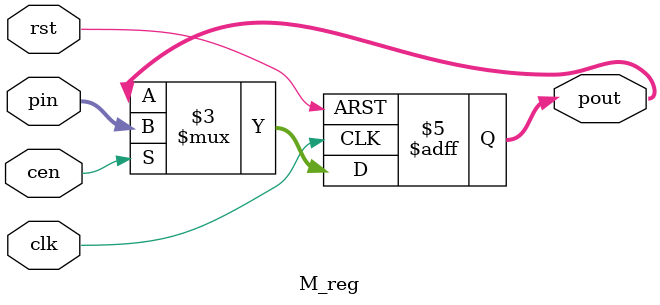
<source format=v>
`timescale 1ns/1ns
module M_reg(input clk, rst, cen, input [7:0] pin, output reg [7:0] pout);
	always @(posedge clk, posedge rst) begin
		if (rst) pout <= 8'b0;
		else if (cen) pout <= pin;
		else pout <= pout;
	end
endmodule

</source>
